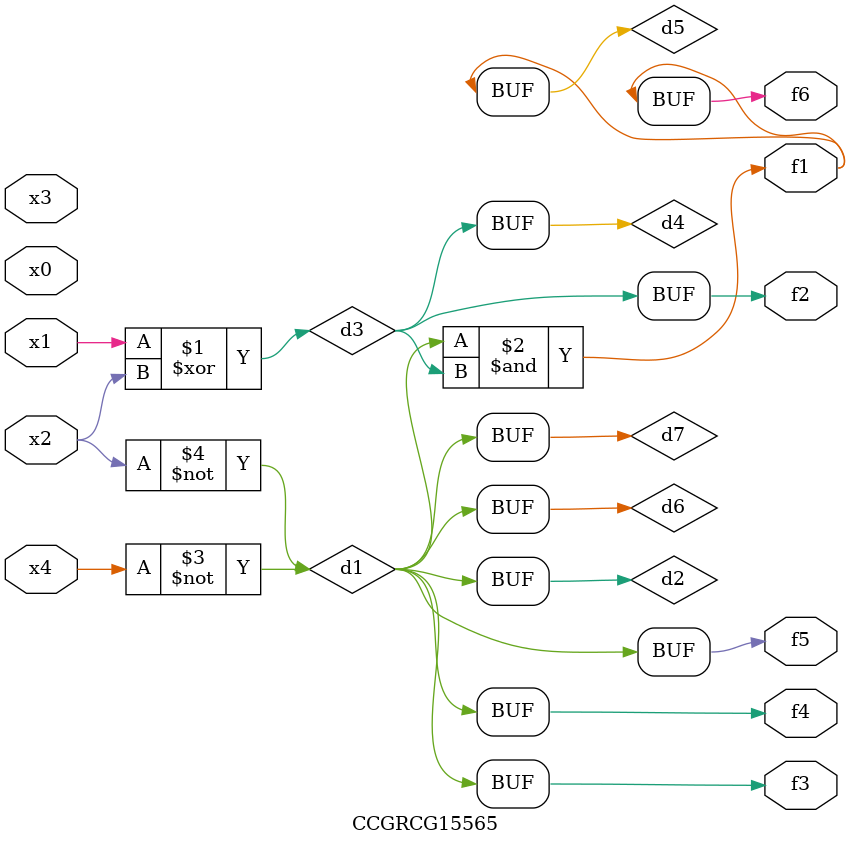
<source format=v>
module CCGRCG15565(
	input x0, x1, x2, x3, x4,
	output f1, f2, f3, f4, f5, f6
);

	wire d1, d2, d3, d4, d5, d6, d7;

	not (d1, x4);
	not (d2, x2);
	xor (d3, x1, x2);
	buf (d4, d3);
	and (d5, d1, d3);
	buf (d6, d1, d2);
	buf (d7, d2);
	assign f1 = d5;
	assign f2 = d4;
	assign f3 = d7;
	assign f4 = d7;
	assign f5 = d7;
	assign f6 = d5;
endmodule

</source>
